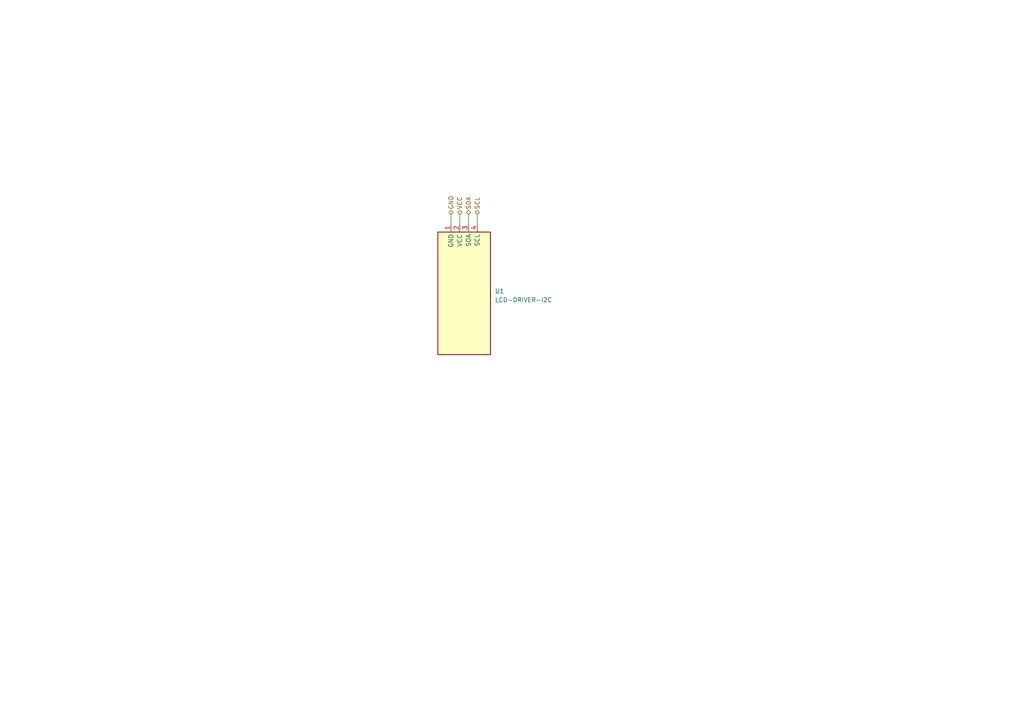
<source format=kicad_sch>
(kicad_sch (version 20230121) (generator eeschema)
  (paper "A4")
  (lib_symbols
    (symbol "Display_LCD_16X2_module:LCD-DRIVER-I2C"
      (property "Reference" "U" (at -6.35 18.796 0))
      (property "Value" "LCD-DRIVER-I2C" (at 0 2.54 90))
      (symbol "LCD-DRIVER-I2C_1_1"
        (rectangle (start -7.62 17.78) (end 7.62 -17.78) (stroke (width 0.254)) (fill (type background)))
        (pin power_in line (at -3.81 20.32 270) (length 2.54) (name "GND") (number "1"))
        (pin power_in line (at -1.27 20.32 270) (length 2.54) (name "VCC") (number "2"))
        (pin input line (at 1.27 20.32 270) (length 2.54) (name "SDA") (number "3"))
        (pin input line (at 3.81 20.32 270) (length 2.54) (name "SCL") (number "4"))
      )
    )
  )
  (wire (pts (xy 133.35 62.23) (xy 133.35 64.77)))
  (wire (pts (xy 135.89 62.23) (xy 135.89 64.77)))
  (wire (pts (xy 130.81 62.23) (xy 130.81 64.77)))
  (wire (pts (xy 138.43 62.23) (xy 138.43 64.77)))
  (hierarchical_label "SCL" (shape bidirectional) (at 138.43 62.23 90))
  (hierarchical_label "SDA" (shape bidirectional) (at 135.89 62.23 90))
  (hierarchical_label "VCC" (shape bidirectional) (at 133.35 62.23 90))
  (hierarchical_label "GND" (shape bidirectional) (at 130.81 62.23 90))
  (symbol (lib_id "Display_LCD_16X2_module:LCD-DRIVER-I2C") (at 134.62 85.09 0) (unit 1)
    (property "Reference" "U1" (at 143.51 84.455 0) (effects (justify left)))
    (property "Value" "LCD-DRIVER-I2C" (at 143.51 86.995 0) (effects (justify left)))
    (property "Footprint" "Display_LCD_16X2_module:Conn_LCD_Driver_16X2_module" (effects hide))
    (property "Datasheet" "http://www.vishay.com/docs/37299/37299.pdf" (effects hide))
  )
)
</source>
